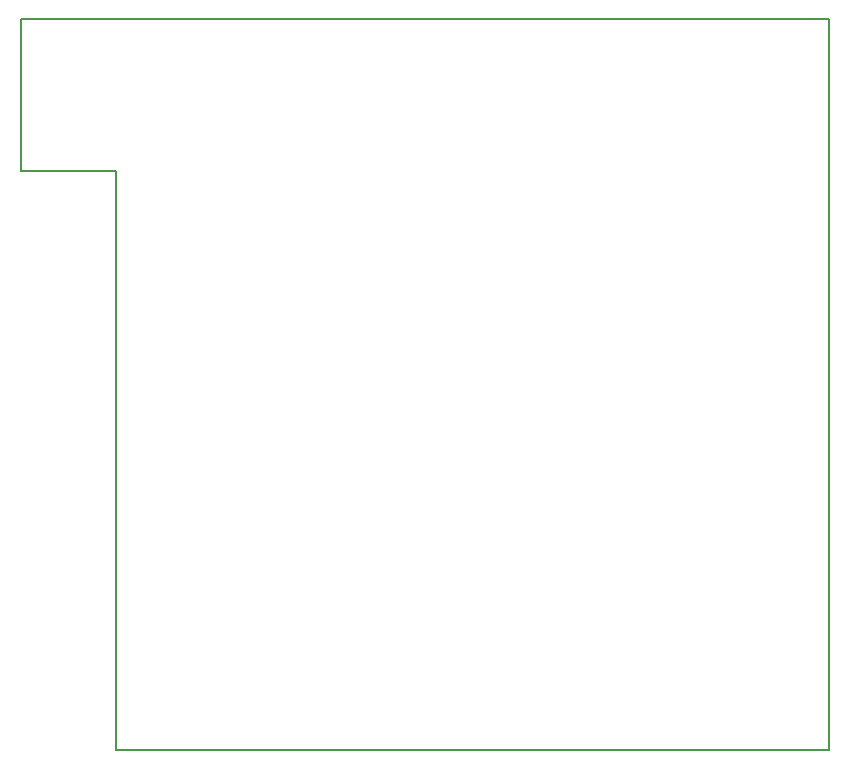
<source format=gko>
G04 Layer: BoardOutline*
G04 EasyEDA v6.4.7, 2021-01-07T14:22:33+08:00*
G04 e544819f4ad94c36a5ee21bd65f75882,119f753a6ce64b8d841f2ad33262ab0c,10*
G04 Gerber Generator version 0.2*
G04 Scale: 100 percent, Rotated: No, Reflected: No *
G04 Dimensions in millimeters *
G04 leading zeros omitted , absolute positions ,3 integer and 3 decimal *
%FSLAX33Y33*%
%MOMM*%
G90*
D02*

%ADD10C,0.151994*%
G54D10*
G01X8072Y31623D02*
G01X8072Y49022D01*
G01X0Y49022D01*
G01X0Y61899D01*
G01X68397Y61899D01*
G01X68397Y0D01*
G01X8072Y0D01*
G01X8072Y31623D01*

%LPD*%
M00*
M02*

</source>
